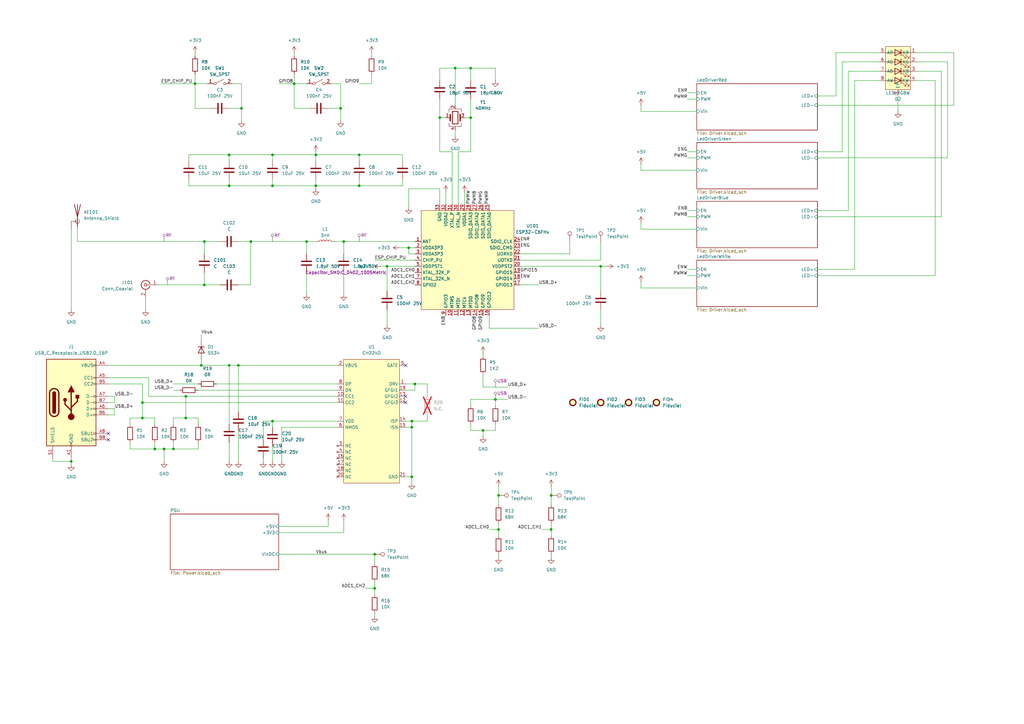
<source format=kicad_sch>
(kicad_sch (version 20250114) (generator "eeschema") (generator_version "9.0")
  (paper "A3")
  (junction (at 93.98 149.86))
  (junction (at 111.76 172.72))
  (junction (at 97.79 149.86))
  (junction (at 29.21 189.23))
  (junction (at 63.5 184.15))
  (junction (at 83.82 116.84))
  (junction (at 129.54 76.2))
  (junction (at 226.06 203.2))
  (junction (at 80.01 34.29))
  (junction (at 204.47 203.2))
  (junction (at 120.65 34.29))
  (junction (at 158.75 109.22))
  (junction (at 139.7 44.45))
  (junction (at 93.98 76.2))
  (junction (at 193.04 48.26))
  (junction (at 99.06 44.45))
  (junction (at 168.91 172.72))
  (junction (at 111.76 63.5))
  (junction (at 226.06 217.17))
  (junction (at 58.42 165.1))
  (junction (at 168.91 175.26))
  (junction (at 153.67 241.3))
  (junction (at 129.54 63.5))
  (junction (at 67.31 184.15))
  (junction (at 147.32 76.2))
  (junction (at 82.55 149.86))
  (junction (at 168.91 195.58))
  (junction (at 193.04 27.94))
  (junction (at 111.76 76.2))
  (junction (at 71.12 184.15))
  (junction (at 58.42 171.45))
  (junction (at 170.18 157.48))
  (junction (at 125.73 99.06))
  (junction (at 153.67 227.33))
  (junction (at 204.47 217.17))
  (junction (at 76.2 171.45))
  (junction (at 147.32 63.5))
  (junction (at 140.97 99.06))
  (junction (at 76.2 162.56))
  (junction (at 102.87 99.06))
  (junction (at 246.38 109.22))
  (junction (at 180.34 48.26))
  (junction (at 167.64 101.6))
  (junction (at 83.82 99.06))
  (junction (at 93.98 63.5))
  (junction (at 186.69 27.94))
  (junction (at 198.12 176.53))
  (junction (at 203.2 163.83))
  (no_connect (at 166.37 149.86))
  (no_connect (at 166.37 162.56))
  (no_connect (at 44.45 180.34))
  (no_connect (at 44.45 177.8))
  (no_connect (at 166.37 165.1))
  (wire (pts (xy 281.94 38.1) (xy 285.75 38.1)))
  (wire (pts (xy 193.04 176.53) (xy 193.04 173.99)))
  (wire (pts (xy 76.2 171.45) (xy 81.28 171.45)))
  (wire (pts (xy 125.73 99.06) (xy 129.54 99.06)))
  (wire (pts (xy 88.9 157.48) (xy 138.43 157.48)))
  (wire (pts (xy 213.36 116.84) (xy 220.98 116.84)))
  (wire (pts (xy 125.73 99.06) (xy 125.73 104.14)))
  (wire (pts (xy 335.28 64.77) (xy 388.62 64.77)))
  (wire (pts (xy 46.99 165.1) (xy 44.45 165.1)))
  (wire (pts (xy 222.25 217.17) (xy 226.06 217.17)))
  (wire (pts (xy 21.59 187.96) (xy 21.59 189.23)))
  (wire (pts (xy 165.1 73.66) (xy 165.1 76.2)))
  (wire (pts (xy 391.16 43.18) (xy 335.28 43.18)))
  (wire (pts (xy 193.04 27.94) (xy 193.04 33.02)))
  (wire (pts (xy 248.92 109.22) (xy 246.38 109.22)))
  (wire (pts (xy 375.92 21.59) (xy 391.16 21.59)))
  (wire (pts (xy 383.54 113.03) (xy 383.54 33.02)))
  (wire (pts (xy 58.42 157.48) (xy 44.45 157.48)))
  (wire (pts (xy 153.67 106.68) (xy 170.18 106.68)))
  (wire (pts (xy 262.89 67.31) (xy 262.89 69.85)))
  (wire (pts (xy 67.31 189.23) (xy 67.31 184.15)))
  (wire (pts (xy 203.2 176.53) (xy 198.12 176.53)))
  (wire (pts (xy 246.38 119.38) (xy 246.38 109.22)))
  (wire (pts (xy 73.66 160.02) (xy 71.12 160.02)))
  (wire (pts (xy 246.38 106.68) (xy 213.36 106.68)))
  (wire (pts (xy 203.2 27.94) (xy 193.04 27.94)))
  (wire (pts (xy 193.04 40.64) (xy 193.04 48.26)))
  (wire (pts (xy 120.65 44.45) (xy 120.65 34.29)))
  (wire (pts (xy 180.34 40.64) (xy 180.34 48.26)))
  (wire (pts (xy 166.37 172.72) (xy 168.91 172.72)))
  (wire (pts (xy 107.95 180.34) (xy 107.95 172.72)))
  (wire (pts (xy 342.9 21.59) (xy 360.68 21.59)))
  (wire (pts (xy 187.96 62.23) (xy 193.04 62.23)))
  (wire (pts (xy 114.3 227.33) (xy 153.67 227.33)))
  (wire (pts (xy 386.08 88.9) (xy 386.08 29.21)))
  (wire (pts (xy 111.76 63.5) (xy 129.54 63.5)))
  (wire (pts (xy 111.76 182.88) (xy 111.76 189.23)))
  (wire (pts (xy 71.12 184.15) (xy 81.28 184.15)))
  (wire (pts (xy 21.59 189.23) (xy 29.21 189.23)))
  (wire (pts (xy 80.01 44.45) (xy 80.01 34.29)))
  (wire (pts (xy 60.96 154.94) (xy 44.45 154.94)))
  (wire (pts (xy 226.06 199.39) (xy 226.06 203.2)))
  (wire (pts (xy 139.7 34.29) (xy 139.7 44.45)))
  (wire (pts (xy 262.89 45.72) (xy 262.89 43.18)))
  (wire (pts (xy 170.18 101.6) (xy 167.64 101.6)))
  (wire (pts (xy 44.45 149.86) (xy 82.55 149.86)))
  (wire (pts (xy 185.42 83.82) (xy 185.42 62.23)))
  (wire (pts (xy 180.34 33.02) (xy 180.34 27.94)))
  (wire (pts (xy 111.76 63.5) (xy 111.76 66.04)))
  (wire (pts (xy 140.97 111.76) (xy 140.97 120.65)))
  (wire (pts (xy 335.28 113.03) (xy 383.54 113.03)))
  (wire (pts (xy 208.28 163.83) (xy 203.2 163.83)))
  (wire (pts (xy 347.98 29.21) (xy 360.68 29.21)))
  (wire (pts (xy 97.79 116.84) (xy 102.87 116.84)))
  (wire (pts (xy 102.87 116.84) (xy 102.87 99.06)))
  (wire (pts (xy 111.76 76.2) (xy 111.76 73.66)))
  (wire (pts (xy 140.97 213.36) (xy 140.97 218.44)))
  (wire (pts (xy 391.16 21.59) (xy 391.16 43.18)))
  (wire (pts (xy 46.99 170.18) (xy 44.45 170.18)))
  (wire (pts (xy 120.65 30.48) (xy 120.65 34.29)))
  (wire (pts (xy 226.06 214.63) (xy 226.06 217.17)))
  (wire (pts (xy 200.66 129.54) (xy 200.66 134.62)))
  (wire (pts (xy 58.42 165.1) (xy 138.43 165.1)))
  (wire (pts (xy 76.2 162.56) (xy 60.96 162.56)))
  (wire (pts (xy 350.52 33.02) (xy 360.68 33.02)))
  (wire (pts (xy 167.64 104.14) (xy 170.18 104.14)))
  (wire (pts (xy 175.26 172.72) (xy 175.26 170.18)))
  (wire (pts (xy 64.77 116.84) (xy 83.82 116.84)))
  (wire (pts (xy 204.47 217.17) (xy 204.47 219.71)))
  (wire (pts (xy 147.32 63.5) (xy 147.32 66.04)))
  (wire (pts (xy 156.21 109.22) (xy 158.75 109.22)))
  (wire (pts (xy 99.06 34.29) (xy 99.06 44.45)))
  (wire (pts (xy 111.76 172.72) (xy 111.76 175.26)))
  (wire (pts (xy 63.5 184.15) (xy 63.5 181.61)))
  (wire (pts (xy 186.69 53.34) (xy 186.69 55.88)))
  (wire (pts (xy 138.43 172.72) (xy 111.76 172.72)))
  (wire (pts (xy 58.42 165.1) (xy 58.42 171.45)))
  (wire (pts (xy 97.79 149.86) (xy 138.43 149.86)))
  (wire (pts (xy 107.95 187.96) (xy 107.95 189.23)))
  (wire (pts (xy 134.62 44.45) (xy 139.7 44.45)))
  (wire (pts (xy 137.16 99.06) (xy 140.97 99.06)))
  (wire (pts (xy 262.89 69.85) (xy 285.75 69.85)))
  (wire (pts (xy 198.12 176.53) (xy 193.04 176.53)))
  (wire (pts (xy 46.99 167.64) (xy 46.99 170.18)))
  (wire (pts (xy 66.04 34.29) (xy 80.01 34.29)))
  (wire (pts (xy 213.36 109.22) (xy 246.38 109.22)))
  (wire (pts (xy 193.04 163.83) (xy 193.04 166.37)))
  (wire (pts (xy 203.2 173.99) (xy 203.2 176.53)))
  (wire (pts (xy 180.34 48.26) (xy 180.34 62.23)))
  (wire (pts (xy 203.2 163.83) (xy 203.2 166.37)))
  (wire (pts (xy 204.47 214.63) (xy 204.47 217.17)))
  (wire (pts (xy 388.62 64.77) (xy 388.62 25.4)))
  (wire (pts (xy 53.34 184.15) (xy 53.34 181.61)))
  (wire (pts (xy 285.75 93.98) (xy 262.89 93.98)))
  (wire (pts (xy 147.32 76.2) (xy 147.32 73.66)))
  (wire (pts (xy 81.28 157.48) (xy 71.12 157.48)))
  (wire (pts (xy 114.3 215.9) (xy 134.62 215.9)))
  (wire (pts (xy 77.47 63.5) (xy 93.98 63.5)))
  (wire (pts (xy 167.64 101.6) (xy 167.64 104.14)))
  (wire (pts (xy 71.12 171.45) (xy 76.2 171.45)))
  (wire (pts (xy 193.04 62.23) (xy 193.04 48.26)))
  (wire (pts (xy 168.91 195.58) (xy 166.37 195.58)))
  (wire (pts (xy 95.25 34.29) (xy 99.06 34.29)))
  (wire (pts (xy 185.42 62.23) (xy 180.34 62.23)))
  (wire (pts (xy 281.94 40.64) (xy 285.75 40.64)))
  (wire (pts (xy 135.89 34.29) (xy 139.7 34.29)))
  (wire (pts (xy 93.98 76.2) (xy 93.98 73.66)))
  (wire (pts (xy 59.69 121.92) (xy 59.69 127)))
  (wire (pts (xy 83.82 99.06) (xy 90.17 99.06)))
  (wire (pts (xy 166.37 175.26) (xy 168.91 175.26)))
  (wire (pts (xy 190.5 78.74) (xy 190.5 83.82)))
  (wire (pts (xy 120.65 21.59) (xy 120.65 22.86)))
  (wire (pts (xy 158.75 119.38) (xy 158.75 109.22)))
  (wire (pts (xy 226.06 217.17) (xy 226.06 219.71)))
  (wire (pts (xy 165.1 66.04) (xy 165.1 63.5)))
  (wire (pts (xy 93.98 76.2) (xy 111.76 76.2)))
  (wire (pts (xy 180.34 48.26) (xy 182.88 48.26)))
  (wire (pts (xy 71.12 184.15) (xy 71.12 181.61)))
  (wire (pts (xy 81.28 171.45) (xy 81.28 173.99)))
  (wire (pts (xy 187.96 83.82) (xy 187.96 62.23)))
  (wire (pts (xy 58.42 165.1) (xy 58.42 157.48)))
  (wire (pts (xy 166.37 157.48) (xy 170.18 157.48)))
  (wire (pts (xy 281.94 110.49) (xy 285.75 110.49)))
  (wire (pts (xy 77.47 73.66) (xy 77.47 76.2)))
  (wire (pts (xy 368.3 39.37) (xy 368.3 45.72)))
  (wire (pts (xy 125.73 111.76) (xy 125.73 120.65)))
  (wire (pts (xy 165.1 76.2) (xy 147.32 76.2)))
  (wire (pts (xy 129.54 76.2) (xy 147.32 76.2)))
  (wire (pts (xy 281.94 62.23) (xy 285.75 62.23)))
  (wire (pts (xy 193.04 48.26) (xy 190.5 48.26)))
  (wire (pts (xy 342.9 39.37) (xy 342.9 21.59)))
  (wire (pts (xy 111.76 76.2) (xy 129.54 76.2)))
  (wire (pts (xy 198.12 144.78) (xy 198.12 146.05)))
  (wire (pts (xy 29.21 187.96) (xy 29.21 189.23)))
  (wire (pts (xy 114.3 34.29) (xy 120.65 34.29)))
  (wire (pts (xy 208.28 158.75) (xy 198.12 158.75)))
  (wire (pts (xy 347.98 86.36) (xy 347.98 29.21)))
  (wire (pts (xy 129.54 63.5) (xy 129.54 66.04)))
  (wire (pts (xy 204.47 203.2) (xy 204.47 207.01)))
  (wire (pts (xy 83.82 104.14) (xy 83.82 99.06)))
  (wire (pts (xy 29.21 189.23) (xy 29.21 190.5)))
  (wire (pts (xy 200.66 134.62) (xy 220.98 134.62)))
  (wire (pts (xy 67.31 184.15) (xy 71.12 184.15)))
  (wire (pts (xy 147.32 34.29) (xy 152.4 34.29)))
  (wire (pts (xy 120.65 34.29) (xy 125.73 34.29)))
  (wire (pts (xy 165.1 63.5) (xy 147.32 63.5)))
  (wire (pts (xy 97.79 176.53) (xy 97.79 189.23)))
  (wire (pts (xy 82.55 137.16) (xy 82.55 139.7)))
  (wire (pts (xy 281.94 64.77) (xy 285.75 64.77)))
  (wire (pts (xy 29.21 93.98) (xy 29.21 127)))
  (wire (pts (xy 149.86 241.3) (xy 153.67 241.3)))
  (wire (pts (xy 46.99 162.56) (xy 46.99 165.1)))
  (wire (pts (xy 345.44 62.23) (xy 345.44 25.4)))
  (wire (pts (xy 246.38 127) (xy 246.38 133.35)))
  (wire (pts (xy 388.62 25.4) (xy 375.92 25.4)))
  (wire (pts (xy 281.94 88.9) (xy 285.75 88.9)))
  (wire (pts (xy 90.17 116.84) (xy 83.82 116.84)))
  (wire (pts (xy 285.75 45.72) (xy 262.89 45.72)))
  (wire (pts (xy 335.28 88.9) (xy 386.08 88.9)))
  (wire (pts (xy 31.75 99.06) (xy 83.82 99.06)))
  (wire (pts (xy 53.34 171.45) (xy 58.42 171.45)))
  (wire (pts (xy 152.4 21.59) (xy 152.4 22.86)))
  (wire (pts (xy 281.94 86.36) (xy 285.75 86.36)))
  (wire (pts (xy 76.2 162.56) (xy 138.43 162.56)))
  (wire (pts (xy 180.34 77.47) (xy 167.64 77.47)))
  (wire (pts (xy 163.83 101.6) (xy 167.64 101.6)))
  (wire (pts (xy 53.34 184.15) (xy 63.5 184.15)))
  (wire (pts (xy 158.75 127) (xy 158.75 133.35)))
  (wire (pts (xy 186.69 27.94) (xy 193.04 27.94)))
  (wire (pts (xy 246.38 99.06) (xy 246.38 106.68)))
  (wire (pts (xy 93.98 63.5) (xy 111.76 63.5)))
  (wire (pts (xy 83.82 116.84) (xy 83.82 111.76)))
  (wire (pts (xy 93.98 149.86) (xy 97.79 149.86)))
  (wire (pts (xy 262.89 93.98) (xy 262.89 91.44)))
  (wire (pts (xy 102.87 99.06) (xy 125.73 99.06)))
  (wire (pts (xy 76.2 162.56) (xy 76.2 171.45)))
  (wire (pts (xy 114.3 218.44) (xy 140.97 218.44)))
  (wire (pts (xy 107.95 172.72) (xy 111.76 172.72)))
  (wire (pts (xy 97.79 149.86) (xy 97.79 168.91)))
  (wire (pts (xy 99.06 44.45) (xy 99.06 49.53)))
  (wire (pts (xy 281.94 113.03) (xy 285.75 113.03)))
  (wire (pts (xy 82.55 147.32) (xy 82.55 149.86)))
  (wire (pts (xy 226.06 227.33) (xy 226.06 228.6)))
  (wire (pts (xy 203.2 163.83) (xy 193.04 163.83)))
  (wire (pts (xy 60.96 162.56) (xy 60.96 154.94)))
  (wire (pts (xy 153.67 238.76) (xy 153.67 241.3)))
  (wire (pts (xy 383.54 33.02) (xy 375.92 33.02)))
  (wire (pts (xy 186.69 27.94) (xy 186.69 43.18)))
  (wire (pts (xy 226.06 203.2) (xy 226.06 207.01)))
  (wire (pts (xy 93.98 63.5) (xy 93.98 66.04)))
  (wire (pts (xy 129.54 76.2) (xy 129.54 77.47)))
  (wire (pts (xy 335.28 62.23) (xy 345.44 62.23)))
  (wire (pts (xy 204.47 199.39) (xy 204.47 203.2)))
  (wire (pts (xy 86.36 44.45) (xy 80.01 44.45)))
  (wire (pts (xy 140.97 104.14) (xy 140.97 99.06)))
  (wire (pts (xy 180.34 83.82) (xy 180.34 77.47)))
  (wire (pts (xy 77.47 76.2) (xy 93.98 76.2)))
  (wire (pts (xy 175.26 162.56) (xy 175.26 157.48)))
  (wire (pts (xy 80.01 21.59) (xy 80.01 22.86)))
  (wire (pts (xy 31.75 99.06) (xy 31.75 93.98)))
  (wire (pts (xy 138.43 175.26) (xy 115.57 175.26)))
  (wire (pts (xy 58.42 171.45) (xy 63.5 171.45)))
  (wire (pts (xy 350.52 110.49) (xy 350.52 33.02)))
  (wire (pts (xy 198.12 176.53) (xy 198.12 179.07)))
  (wire (pts (xy 134.62 213.36) (xy 134.62 215.9)))
  (wire (pts (xy 44.45 167.64) (xy 46.99 167.64)))
  (wire (pts (xy 129.54 76.2) (xy 129.54 73.66)))
  (wire (pts (xy 80.01 30.48) (xy 80.01 34.29)))
  (wire (pts (xy 170.18 157.48) (xy 170.18 160.02)))
  (wire (pts (xy 168.91 175.26) (xy 168.91 195.58)))
  (wire (pts (xy 153.67 251.46) (xy 153.67 252.73)))
  (wire (pts (xy 335.28 86.36) (xy 347.98 86.36)))
  (wire (pts (xy 129.54 63.5) (xy 147.32 63.5)))
  (wire (pts (xy 233.68 104.14) (xy 233.68 99.06)))
  (wire (pts (xy 204.47 227.33) (xy 204.47 228.6)))
  (wire (pts (xy 153.67 241.3) (xy 153.67 243.84)))
  (wire (pts (xy 167.64 77.47) (xy 167.64 85.09)))
  (wire (pts (xy 63.5 171.45) (xy 63.5 173.99)))
  (wire (pts (xy 213.36 104.14) (xy 233.68 104.14)))
  (wire (pts (xy 93.98 181.61) (xy 93.98 189.23)))
  (wire (pts (xy 82.55 149.86) (xy 93.98 149.86)))
  (wire (pts (xy 335.28 110.49) (xy 350.52 110.49)))
  (wire (pts (xy 203.2 33.02) (xy 203.2 27.94)))
  (wire (pts (xy 153.67 227.33) (xy 153.67 231.14)))
  (wire (pts (xy 168.91 172.72) (xy 175.26 172.72)))
  (wire (pts (xy 262.89 118.11) (xy 262.89 115.57)))
  (wire (pts (xy 198.12 158.75) (xy 198.12 153.67)))
  (wire (pts (xy 170.18 160.02) (xy 166.37 160.02)))
  (wire (pts (xy 71.12 171.45) (xy 71.12 173.99)))
  (wire (pts (xy 77.47 66.04) (xy 77.47 63.5)))
  (wire (pts (xy 80.01 34.29) (xy 85.09 34.29)))
  (wire (pts (xy 140.97 99.06) (xy 170.18 99.06)))
  (wire (pts (xy 168.91 172.72) (xy 168.91 175.26)))
  (wire (pts (xy 175.26 157.48) (xy 170.18 157.48)))
  (wire (pts (xy 152.4 34.29) (xy 152.4 30.48)))
  (wire (pts (xy 285.75 118.11) (xy 262.89 118.11)))
  (wire (pts (xy 115.57 175.26) (xy 115.57 189.23)))
  (wire (pts (xy 375.92 29.21) (xy 386.08 29.21)))
  (wire (pts (xy 93.98 44.45) (xy 99.06 44.45)))
  (wire (pts (xy 53.34 171.45) (xy 53.34 173.99)))
  (wire (pts (xy 335.28 39.37) (xy 342.9 39.37)))
  (wire (pts (xy 168.91 198.12) (xy 168.91 195.58)))
  (wire (pts (xy 93.98 149.86) (xy 93.98 173.99)))
  (wire (pts (xy 129.54 62.23) (xy 129.54 63.5)))
  (wire (pts (xy 182.88 78.74) (xy 182.88 83.82)))
  (wire (pts (xy 44.45 162.56) (xy 46.99 162.56)))
  (wire (pts (xy 81.28 184.15) (xy 81.28 181.61)))
  (wire (pts (xy 81.28 160.02) (xy 138.43 160.02)))
  (wire (pts (xy 63.5 184.15) (xy 67.31 184.15)))
  (wire (pts (xy 139.7 44.45) (xy 139.7 49.53)))
  (wire (pts (xy 158.75 109.22) (xy 170.18 109.22)))
  (wire (pts (xy 345.44 25.4) (xy 360.68 25.4)))
  (wire (pts (xy 97.79 99.06) (xy 102.87 99.06)))
  (wire (pts (xy 200.66 217.17) (xy 204.47 217.17)))
  (wire (pts (xy 180.34 27.94) (xy 186.69 27.94)))
  (wire (pts (xy 127 44.45) (xy 120.65 44.45)))
  (label "USB_D+" (at 71.12 157.48 180))
  (label "GPIO9" (at 147.32 34.29 180))
  (label "ADC1_CH2" (at 149.86 241.3 180))
  (label "ESP_CHIP_PU" (at 66.04 34.29 0))
  (label "USB_D-" (at 71.12 160.02 180))
  (label "GPIO9" (at 198.12 129.54 270))
  (label "USB_D-" (at 220.98 134.62 0))
  (label "GPIO15" (at 213.36 111.76 0))
  (label "ENB" (at 281.94 86.36 180))
  (label "Vbus" (at 129.54 227.33 0))
  (label "PWMG" (at 281.94 64.77 180))
  (label "ADC1_CH0" (at 170.18 111.76 180))
  (label "PWMW" (at 193.04 83.82 90))
  (label "ENG" (at 213.36 101.6 0))
  (label "ENW" (at 213.36 114.3 0))
  (label "ADC1_CH1" (at 222.25 217.17 180))
  (label "ENW" (at 281.94 110.49 180))
  (label "ENB" (at 182.88 129.54 270))
  (label "USB_D-" (at 46.99 162.56 0))
  (label "PWMB" (at 281.94 88.9 180))
  (label "GPIO8" (at 195.58 129.54 270))
  (label "PWMB" (at 195.58 83.82 90))
  (label "PWMR" (at 281.94 40.64 180))
  (label "USB_D+" (at 208.28 158.75 0))
  (label "ENR" (at 281.94 38.1 180))
  (label "GPIO8" (at 114.3 34.29 0))
  (label "ADC1_CH1" (at 170.18 114.3 180))
  (label "ENG" (at 281.94 62.23 180))
  (label "ESP_CHIP_PU" (at 153.67 106.68 0))
  (label "PWMW" (at 281.94 113.03 180))
  (label "USB_D-" (at 208.28 163.83 0))
  (label "ENR" (at 213.36 99.06 0))
  (label "USB_D+" (at 46.99 167.64 0))
  (label "PWMG" (at 198.12 83.82 90))
  (label "ADC1_CH2" (at 170.18 116.84 180))
  (label "USB_D+" (at 220.98 116.84 0))
  (label "ADC1_CH0" (at 200.66 217.17 180))
  (label "PWMR" (at 200.66 83.82 90))
  (label "Vbus" (at 82.55 137.16 0))
  (netclass_flag "" (length 2.54) (shape round) (at 68.7135 116.84 0) (property "Netclass" "RF" (at 69.412 114.3 0) (effects (justify left))))
  (netclass_flag "" (length 2.54) (shape round) (at 147.32 99.06 0) (property "Netclass" "RF" (at 148.0185 96.52 0) (effects (justify left))))
  (netclass_flag "" (length 2.54) (shape round) (at 111.76 99.06 0) (property "Netclass" "RF" (at 112.4585 96.52 0) (effects (justify left))))
  (netclass_flag "" (length 2.54) (shape round) (at 203.2 163.83 0) (property "Netclass" "USB" (at 203.8985 161.29 0) (effects (justify left))))
  (netclass_flag "" (length 2.54) (shape round) (at 67.31 99.06 0) (property "Netclass" "RF" (at 68.0085 96.52 0) (effects (justify left))))
  (netclass_flag "" (length 2.54) (shape round) (at 203.2 158.75 0) (property "Netclass" "USB" (at 203.8985 156.21 0) (effects (justify left))))
  (symbol (lib_id "Device:R") (at 204.47 210.82 180) (unit 1)
    (property "Reference" "R12" (at 207.01 209.5499 0) (effects (justify right)))
    (property "Value" "68K" (at 207.01 212.0899 0) (effects (justify right)))
    (property "Footprint" "Resistor_SMD:R_0402_1005Metric" (effects (hide yes)))
    (property "Description" "Resistor" (effects (hide yes)))
  )
  (symbol (lib_id "power:GND") (at 167.64 85.09 0) (unit 1)
    (property "Reference" "#PWR0107" (effects (hide yes)))
    (property "Value" "GND" (at 167.64 90.17 0))
    (property "Description" "Power symbol creates a global label with name \"GND\" , ground" (effects (hide yes)))
  )
  (symbol (lib_id "power:GND") (at 29.21 190.5 0) (unit 1)
    (property "Reference" "#PWR09" (effects (hide yes)))
    (property "Value" "GND" (at 29.21 195.58 0))
    (property "Description" "Power symbol creates a global label with name \"GND\" , ground" (effects (hide yes)))
  )
  (symbol (lib_id "power:+5V") (at 134.62 213.36 0) (unit 1)
    (property "Reference" "#PWR01" (effects (hide yes)))
    (property "Value" "+5V" (at 134.62 208.28 0))
    (property "Description" "Power symbol creates a global label with name \"+5V\"" (effects (hide yes)))
  )
  (symbol (lib_id "Connector:TestPoint") (at 233.68 99.06 0) (unit 1)
    (property "Reference" "TP1" (at 236.22 94.4879 0) (effects (justify left)))
    (property "Value" "TestPoint" (at 236.22 97.0279 0) (effects (justify left)))
    (property "Footprint" "TestPoint:TestPoint_Pad_D1.0mm" (effects (hide yes)))
    (property "Description" "test point" (effects (hide yes)))
  )
  (symbol (lib_id "Device:R") (at 63.5 177.8 180) (unit 1)
    (property "Reference" "R2" (at 66.04 176.5299 0) (effects (justify right)))
    (property "Value" "10K" (at 66.04 179.0699 0) (effects (justify right)))
    (property "Footprint" "Resistor_SMD:R_0402_1005Metric" (effects (hide yes)))
    (property "Description" "Resistor" (effects (hide yes)))
  )
  (symbol (lib_id "Device:C") (at 180.34 36.83 0) (unit 1)
    (property "Reference" "C2" (at 184.15 35.5599 0) (effects (justify left)))
    (property "Value" "18pF 50V" (at 184.15 38.0999 0) (effects (justify left)))
    (property "Footprint" "Capacitor_SMD:C_0402_1005Metric" (effects (hide yes)))
    (property "Description" "Unpolarized capacitor" (effects (hide yes)))
  )
  (symbol (lib_id "power:GND") (at 111.76 189.23 0) (unit 1)
    (property "Reference" "#PWR038" (effects (hide yes)))
    (property "Value" "GND" (at 111.76 194.31 0))
    (property "Description" "Power symbol creates a global label with name \"GND\" , ground" (effects (hide yes)))
  )
  (symbol (lib_id "1CustomFootprints:CH224D") (at 148.59 157.48 0) (unit 1)
    (property "Reference" "U1" (at 152.4 142.24 0))
    (property "Value" "CH224D" (at 152.4 144.78 0))
    (property "Footprint" "Package_DFN_QFN:QFN-20-1EP_3x3mm_P0.4mm_EP1.65x1.65mm_ThermalVias" (effects (hide yes)))
  )
  (symbol (lib_id "Device:C") (at 140.97 107.95 0) (unit 1)
    (property "Reference" "C14" (at 144.78 106.6799 0) (effects (justify left)))
    (property "Value" "1.8pF 50V" (at 144.78 109.2199 0) (effects (justify left)))
    (property "Footprint" "Capacitor_SMD:C_0402_1005Metric" (at 141.9352 111.76 0))
    (property "Description" "Unpolarized capacitor" (effects (hide yes)))
  )
  (symbol (lib_id "power:+3V3") (at 140.97 213.36 0) (unit 1)
    (property "Reference" "#PWR02" (effects (hide yes)))
    (property "Value" "+3V3" (at 140.97 208.28 0))
    (property "Description" "Power symbol creates a global label with name \"+3V3\"" (effects (hide yes)))
  )
  (symbol (lib_id "Device:R") (at 153.67 247.65 180) (unit 1)
    (property "Reference" "R16" (at 156.21 246.3799 0) (effects (justify right)))
    (property "Value" "10K" (at 156.21 248.9199 0) (effects (justify right)))
    (property "Footprint" "Resistor_SMD:R_0402_1005Metric" (effects (hide yes)))
    (property "Description" "Resistor" (effects (hide yes)))
  )
  (symbol (lib_id "power:+3V3") (at 248.92 109.22 270) (mirror x) (unit 1)
    (property "Reference" "#PWR024" (effects (hide yes)))
    (property "Value" "+3V3" (at 252.73 109.2199 90) (effects (justify left)))
    (property "Description" "Power symbol creates a global label with name \"+3V3\"" (effects (hide yes)))
  )
  (symbol (lib_id "power:+3V3") (at 163.83 101.6 90) (unit 1)
    (property "Reference" "#PWR011" (effects (hide yes)))
    (property "Value" "+3V3" (at 160.02 101.5999 90) (effects (justify left)))
    (property "Description" "Power symbol creates a global label with name \"+3V3\"" (effects (hide yes)))
  )
  (symbol (lib_id "Device:R") (at 175.26 166.37 0) (unit 1) (dnp yes)
    (property "Reference" "R20" (at 177.8 165.0999 0) (effects (justify left)))
    (property "Value" "N.C." (at 177.8 167.6399 0) (effects (justify left)))
    (property "Footprint" "Resistor_SMD:R_0402_1005Metric" (effects (hide yes)))
    (property "Description" "Resistor" (effects (hide yes)))
  )
  (symbol (lib_id "power:GND") (at 204.47 228.6 0) (unit 1)
    (property "Reference" "#PWR028" (effects (hide yes)))
    (property "Value" "GND" (at 204.47 233.68 0))
    (property "Description" "Power symbol creates a global label with name \"GND\" , ground" (effects (hide yes)))
  )
  (symbol (lib_id "Device:C") (at 107.95 184.15 0) (unit 1)
    (property "Reference" "C19" (at 111.76 182.8799 0) (effects (justify left)))
    (property "Value" "100nF 25V" (at 111.76 185.4199 0) (effects (justify left)))
    (property "Footprint" "Capacitor_SMD:C_0402_1005Metric" (effects (hide yes)))
    (property "Description" "Unpolarized capacitor" (effects (hide yes)))
  )
  (symbol (lib_id "Device:C") (at 125.73 107.95 0) (unit 1)
    (property "Reference" "C13" (at 129.54 106.6799 0) (effects (justify left)))
    (property "Value" "1.8pF 50V" (at 129.54 109.2199 0) (effects (justify left)))
    (property "Footprint" "Capacitor_SMD:C_0402_1005Metric" (effects (hide yes)))
    (property "Description" "Unpolarized capacitor" (effects (hide yes)))
  )
  (symbol (lib_id "Connector:TestPoint") (at 204.47 203.2 270) (unit 1)
    (property "Reference" "TP4" (at 209.55 201.9299 90) (effects (justify left)))
    (property "Value" "TestPoint" (at 209.55 204.4699 90) (effects (justify left)))
    (property "Footprint" "TestPoint:TestPoint_Pad_D1.0mm" (effects (hide yes)))
    (property "Description" "test point" (effects (hide yes)))
  )
  (symbol (lib_id "Device:C") (at 158.75 123.19 0) (unit 1)
    (property "Reference" "C5" (at 162.56 121.9199 0) (effects (justify left)))
    (property "Value" "100nF 25V" (at 162.56 124.4599 0) (effects (justify left)))
    (property "Footprint" "Capacitor_SMD:C_0402_1005Metric" (effects (hide yes)))
    (property "Description" "Unpolarized capacitor" (effects (hide yes)))
  )
  (symbol (lib_id "Device:R") (at 53.34 177.8 180) (unit 1)
    (property "Reference" "R1" (at 55.88 176.5299 0) (effects (justify right)))
    (property "Value" "10K" (at 55.88 179.0699 0) (effects (justify right)))
    (property "Footprint" "Resistor_SMD:R_0402_1005Metric" (effects (hide yes)))
    (property "Description" "Resistor" (effects (hide yes)))
  )
  (symbol (lib_id "power:GND") (at 246.38 133.35 0) (mirror y) (unit 1)
    (property "Reference" "#PWR025" (effects (hide yes)))
    (property "Value" "GND" (at 246.38 138.43 0))
    (property "Description" "Power symbol creates a global label with name \"GND\" , ground" (effects (hide yes)))
  )
  (symbol (lib_id "Device:C") (at 93.98 116.84 90) (unit 1)
    (property "Reference" "C103" (at 93.98 109.22 90))
    (property "Value" "C" (at 93.98 111.76 90))
    (property "Footprint" "Capacitor_SMD:C_0402_1005Metric" (effects (hide yes)))
    (property "Description" "Unpolarized capacitor" (effects (hide yes)))
  )
  (symbol (lib_id "Connector:TestPoint") (at 246.38 99.06 0) (unit 1)
    (property "Reference" "TP2" (at 248.92 94.4879 0) (effects (justify left)))
    (property "Value" "TestPoint" (at 248.92 97.0279 0) (effects (justify left)))
    (property "Footprint" "TestPoint:TestPoint_Pad_D1.0mm" (effects (hide yes)))
    (property "Description" "test point" (effects (hide yes)))
  )
  (symbol (lib_id "power:+3V3") (at 156.21 109.22 90) (unit 1)
    (property "Reference" "#PWR022" (effects (hide yes)))
    (property "Value" "+3V3" (at 152.4 109.2199 90) (effects (justify left)))
    (property "Description" "Power symbol creates a global label with name \"+3V3\"" (effects (hide yes)))
  )
  (symbol (lib_id "power:+3V3") (at 129.54 62.23 0) (unit 1)
    (property "Reference" "#PWR031" (effects (hide yes)))
    (property "Value" "+3V3" (at 129.54 57.15 0))
    (property "Description" "Power symbol creates a global label with name \"+3V3\"" (effects (hide yes)))
  )
  (symbol (lib_id "Device:Crystal_GND24") (at 186.69 48.26 0) (unit 1)
    (property "Reference" "Y1" (at 198.12 41.8398 0))
    (property "Value" "40MHz" (at 198.12 44.3798 0))
    (property "Footprint" "Crystal:Crystal_SMD_3225-4Pin_3.2x2.5mm_HandSoldering" (effects (hide yes)))
    (property "Description" "Four pin crystal, GND on pins 2 and 4" (effects (hide yes)))
    (property "MPN" "C37635388" (effects (hide yes)))
  )
  (symbol (lib_id "Device:C") (at 93.98 69.85 0) (unit 1)
    (property "Reference" "C10" (at 97.79 68.5799 0) (effects (justify left)))
    (property "Value" "10uF 25V" (at 97.79 71.1199 0) (effects (justify left)))
    (property "Footprint" "Capacitor_SMD:C_0805_2012Metric" (effects (hide yes)))
    (property "Description" "Unpolarized capacitor" (effects (hide yes)))
  )
  (symbol (lib_id "power:GND") (at 115.57 189.23 0) (unit 1)
    (property "Reference" "#PWR039" (effects (hide yes)))
    (property "Value" "GND" (at 115.57 194.31 0))
    (property "Description" "Power symbol creates a global label with name \"GND\" , ground" (effects (hide yes)))
  )
  (symbol (lib_id "power:GND") (at 139.7 49.53 0) (unit 1)
    (property "Reference" "#PWR020" (effects (hide yes)))
    (property "Value" "GND" (at 139.7 54.61 0))
    (property "Description" "Power symbol creates a global label with name \"GND\" , ground" (effects (hide yes)))
  )
  (symbol (lib_id "power:+5V") (at 262.89 67.31 0) (unit 1)
    (property "Reference" "#PWR04" (effects (hide yes)))
    (property "Value" "+5V" (at 262.89 62.23 0))
    (property "Description" "Power symbol creates a global label with name \"+5V\"" (effects (hide yes)))
  )
  (symbol (lib_id "power:GND") (at 97.79 189.23 0) (unit 1)
    (property "Reference" "#PWR034" (effects (hide yes)))
    (property "Value" "GND" (at 97.79 194.31 0))
    (property "Description" "Power symbol creates a global label with name \"GND\" , ground" (effects (hide yes)))
  )
  (symbol (lib_id "Device:C") (at 77.47 69.85 0) (unit 1)
    (property "Reference" "C11" (at 81.28 68.5799 0) (effects (justify left)))
    (property "Value" "10uF 25V" (at 81.28 71.1199 0) (effects (justify left)))
    (property "Footprint" "Capacitor_SMD:C_0805_2012Metric" (effects (hide yes)))
    (property "Description" "Unpolarized capacitor" (effects (hide yes)))
  )
  (symbol (lib_id "Device:R") (at 81.28 177.8 180) (unit 1)
    (property "Reference" "R4" (at 83.82 176.5299 0) (effects (justify right)))
    (property "Value" "10K" (at 83.82 179.0699 0) (effects (justify right)))
    (property "Footprint" "Resistor_SMD:R_0402_1005Metric" (effects (hide yes)))
    (property "Description" "Resistor" (effects (hide yes)))
  )
  (symbol (lib_id "power:GND") (at 107.95 189.23 0) (unit 1)
    (property "Reference" "#PWR035" (effects (hide yes)))
    (property "Value" "GND" (at 107.95 194.31 0))
    (property "Description" "Power symbol creates a global label with name \"GND\" , ground" (effects (hide yes)))
  )
  (symbol (lib_id "Device:R") (at 226.06 210.82 180) (unit 1)
    (property "Reference" "R13" (at 228.6 209.5499 0) (effects (justify right)))
    (property "Value" "68K" (at 228.6 212.0899 0) (effects (justify right)))
    (property "Footprint" "Resistor_SMD:R_0402_1005Metric" (effects (hide yes)))
    (property "Description" "Resistor" (effects (hide yes)))
  )
  (symbol (lib_id "power:GND") (at 93.98 189.23 0) (unit 1)
    (property "Reference" "#PWR08" (effects (hide yes)))
    (property "Value" "GND" (at 93.98 194.31 0))
    (property "Description" "Power symbol creates a global label with name \"GND\" , ground" (effects (hide yes)))
  )
  (symbol (lib_id "power:+5V") (at 204.47 199.39 0) (unit 1)
    (property "Reference" "#PWR026" (effects (hide yes)))
    (property "Value" "+5V" (at 204.47 194.31 0))
    (property "Description" "Power symbol creates a global label with name \"+5V\"" (effects (hide yes)))
  )
  (symbol (lib_id "power:GND") (at 99.06 49.53 0) (unit 1)
    (property "Reference" "#PWR018" (effects (hide yes)))
    (property "Value" "GND" (at 99.06 54.61 0))
    (property "Description" "Power symbol creates a global label with name \"GND\" , ground" (effects (hide yes)))
  )
  (symbol (lib_id "Device:C") (at 90.17 44.45 270) (unit 1)
    (property "Reference" "C3" (at 90.17 36.83 90))
    (property "Value" "100nF 25V" (at 90.17 39.37 90))
    (property "Footprint" "Capacitor_SMD:C_0402_1005Metric" (effects (hide yes)))
    (property "Description" "Unpolarized capacitor" (effects (hide yes)))
  )
  (symbol (lib_id "power:+5V") (at 262.89 43.18 0) (unit 1)
    (property "Reference" "#PWR03" (effects (hide yes)))
    (property "Value" "+5V" (at 262.89 38.1 0))
    (property "Description" "Power symbol creates a global label with name \"+5V\"" (effects (hide yes)))
  )
  (symbol (lib_id "power:GND") (at 198.12 179.07 0) (unit 1)
    (property "Reference" "#PWR012" (effects (hide yes)))
    (property "Value" "GND" (at 198.12 184.15 0))
    (property "Description" "Power symbol creates a global label with name \"GND\" , ground" (effects (hide yes)))
  )
  (symbol (lib_id "Device:R") (at 71.12 177.8 180) (unit 1)
    (property "Reference" "R3" (at 73.66 176.5299 0) (effects (justify right)))
    (property "Value" "10K" (at 73.66 179.0699 0) (effects (justify right)))
    (property "Footprint" "Resistor_SMD:R_0402_1005Metric" (effects (hide yes)))
    (property "Description" "Resistor" (effects (hide yes)))
  )
  (symbol (lib_id "Device:R") (at 203.2 170.18 180) (unit 1)
    (property "Reference" "R7" (at 205.74 168.9099 0) (effects (justify right)))
    (property "Value" "10K" (at 205.74 171.4499 0) (effects (justify right)))
    (property "Footprint" "Resistor_SMD:R_0402_1005Metric" (effects (hide yes)))
    (property "Description" "Resistor" (effects (hide yes)))
  )
  (symbol (lib_id "Switch:SW_SPST") (at 130.81 34.29 0) (unit 1)
    (property "Reference" "SW2" (at 130.81 27.94 0))
    (property "Value" "SW_SPST" (at 130.81 30.48 0))
    (property "Footprint" "1CustomFootprints:TS1101A26025" (effects (hide yes)))
    (property "Description" "Single Pole Single Throw (SPST) switch" (effects (hide yes)))
    (property "MPN" "GT-TC034A-H025-L1NB" (effects (hide yes)))
  )
  (symbol (lib_id "Device:R") (at 120.65 26.67 0) (unit 1)
    (property "Reference" "R10" (at 123.19 25.3999 0) (effects (justify left)))
    (property "Value" "10K" (at 123.19 27.9399 0) (effects (justify left)))
    (property "Footprint" "Resistor_SMD:R_0402_1005Metric" (effects (hide yes)))
    (property "Description" "Resistor" (effects (hide yes)))
  )
  (symbol (lib_id "Device:C") (at 246.38 123.19 0) (mirror y) (unit 1)
    (property "Reference" "C6" (at 242.57 121.9199 0) (effects (justify left)))
    (property "Value" "100nF 25V" (at 242.57 124.4599 0) (effects (justify left)))
    (property "Footprint" "Capacitor_SMD:C_0402_1005Metric" (effects (hide yes)))
    (property "Description" "Unpolarized capacitor" (effects (hide yes)))
  )
  (symbol (lib_id "power:GND") (at 203.2 33.02 0) (unit 1)
    (property "Reference" "#PWR014" (effects (hide yes)))
    (property "Value" "GND" (at 203.2 38.1 0))
    (property "Description" "Power symbol creates a global label with name \"GND\" , ground" (effects (hide yes)))
  )
  (symbol (lib_id "Mechanical:Fiducial") (at 246.38 165.1 0) (unit 1) (in_bom no)
    (property "Reference" "FID2" (at 248.92 163.8299 0) (effects (justify left)))
    (property "Value" "Fiducial" (at 248.92 166.3699 0) (effects (justify left)))
    (property "Footprint" "VE_misc:FIDUCIAL_Diameter_1mm" (effects (hide yes)))
    (property "Description" "Fiducial Marker" (effects (hide yes)))
  )
  (symbol (lib_id "power:GND") (at 168.91 198.12 0) (unit 1)
    (property "Reference" "#PWR040" (effects (hide yes)))
    (property "Value" "GND" (at 168.91 203.2 0))
    (property "Description" "Power symbol creates a global label with name \"GND\" , ground" (effects (hide yes)))
  )
  (symbol (lib_id "Connector:TestPoint") (at 153.67 227.33 270) (unit 1)
    (property "Reference" "TP3" (at 158.75 226.0599 90) (effects (justify left)))
    (property "Value" "TestPoint" (at 158.75 228.5999 90) (effects (justify left)))
    (property "Footprint" "TestPoint:TestPoint_Pad_D1.0mm" (effects (hide yes)))
    (property "Description" "test point" (effects (hide yes)))
  )
  (symbol (lib_id "Mechanical:Fiducial") (at 269.24 165.1 0) (unit 1) (in_bom no)
    (property "Reference" "FID4" (at 271.78 163.8299 0) (effects (justify left)))
    (property "Value" "Fiducial" (at 271.78 166.3699 0) (effects (justify left)))
    (property "Footprint" "VE_misc:FIDUCIAL_Diameter_1mm" (effects (hide yes)))
    (property "Description" "Fiducial Marker" (effects (hide yes)))
  )
  (symbol (lib_id "power:GND") (at 186.69 55.88 0) (unit 1)
    (property "Reference" "#PWR013" (effects (hide yes)))
    (property "Value" "GND" (at 186.69 60.96 0))
    (property "Description" "Power symbol creates a global label with name \"GND\" , ground" (effects (hide yes)))
  )
  (symbol (lib_id "Device:C") (at 130.81 44.45 270) (unit 1)
    (property "Reference" "C4" (at 130.81 36.83 90))
    (property "Value" "100nF 25V" (at 130.81 39.37 90))
    (property "Footprint" "Capacitor_SMD:C_0402_1005Metric" (effects (hide yes)))
    (property "Description" "Unpolarized capacitor" (effects (hide yes)))
  )
  (symbol (lib_id "power:GND") (at 67.31 189.23 0) (unit 1)
    (property "Reference" "#PWR07" (effects (hide yes)))
    (property "Value" "GND" (at 67.31 194.31 0))
    (property "Description" "Power symbol creates a global label with name \"GND\" , ground" (effects (hide yes)))
  )
  (symbol (lib_id "power:+3V3") (at 198.12 144.78 0) (unit 1)
    (property "Reference" "#PWR010" (effects (hide yes)))
    (property "Value" "+3V3" (at 198.12 139.7 0))
    (property "Description" "Power symbol creates a global label with name \"+3V3\"" (effects (hide yes)))
  )
  (symbol (lib_id "power:+3V3") (at 226.06 199.39 0) (unit 1)
    (property "Reference" "#PWR027" (effects (hide yes)))
    (property "Value" "+3V3" (at 226.06 194.31 0))
    (property "Description" "Power symbol creates a global label with name \"+3V3\"" (effects (hide yes)))
  )
  (symbol (lib_id "power:GND") (at 368.3 45.72 0) (mirror y) (unit 1)
    (property "Reference" "#PWR033" (effects (hide yes)))
    (property "Value" "GND" (at 368.3 50.8 0))
    (property "Description" "Power symbol creates a global label with name \"GND\" , ground" (effects (hide yes)))
  )
  (symbol (lib_id "Device:R") (at 198.12 149.86 0) (unit 1)
    (property "Reference" "R5" (at 200.66 148.5899 0) (effects (justify left)))
    (property "Value" "1K2" (at 200.66 151.1299 0) (effects (justify left)))
    (property "Footprint" "Resistor_SMD:R_0402_1005Metric" (effects (hide yes)))
    (property "Description" "Resistor" (effects (hide yes)))
  )
  (symbol (lib_id "Mechanical:Fiducial") (at 234.95 165.1 0) (unit 1) (in_bom no)
    (property "Reference" "FID1" (at 237.49 163.8299 0) (effects (justify left)))
    (property "Value" "Fiducial" (at 237.49 166.3699 0) (effects (justify left)))
    (property "Footprint" "VE_misc:FIDUCIAL_Diameter_1mm" (effects (hide yes)))
    (property "Description" "Fiducial Marker" (effects (hide yes)))
  )
  (symbol (lib_id "power:+3V3") (at 120.65 21.59 0) (unit 1)
    (property "Reference" "#PWR019" (effects (hide yes)))
    (property "Value" "+3V3" (at 120.65 16.51 0))
    (property "Description" "Power symbol creates a global label with name \"+3V3\"" (effects (hide yes)))
  )
  (symbol (lib_id "Device:C") (at 193.04 36.83 0) (unit 1)
    (property "Reference" "C1" (at 196.85 35.5599 0) (effects (justify left)))
    (property "Value" "18pF 50V" (at 196.85 38.0999 0) (effects (justify left)))
    (property "Footprint" "Capacitor_SMD:C_0402_1005Metric" (effects (hide yes)))
    (property "Description" "Unpolarized capacitor" (effects (hide yes)))
  )
  (symbol (lib_id "Device:R") (at 77.47 160.02 90) (unit 1)
    (property "Reference" "R18" (at 77.47 153.67 90))
    (property "Value" "0R" (at 77.47 156.21 90))
    (property "Footprint" "Resistor_SMD:R_0402_1005Metric" (effects (hide yes)))
    (property "Description" "Resistor" (effects (hide yes)))
  )
  (symbol (lib_id "power:GND") (at 226.06 228.6 0) (unit 1)
    (property "Reference" "#PWR029" (effects (hide yes)))
    (property "Value" "GND" (at 226.06 233.68 0))
    (property "Description" "Power symbol creates a global label with name \"GND\" , ground" (effects (hide yes)))
  )
  (symbol (lib_id "Connector:USB_C_Receptacle_USB2.0_16P") (at 29.21 165.1 0) (unit 1)
    (property "Reference" "J1" (at 29.21 142.24 0))
    (property "Value" "USB_C_Receptacle_USB2.0_16P" (at 29.21 144.78 0))
    (property "Footprint" "Connector_USB:USB_C_Receptacle_GCT_USB4105-xx-A_16P_TopMnt_Horizontal" (effects (hide yes)))
    (property "Datasheet" "https://www.usb.org/sites/default/files/documents/usb_type-c.zip" (effects (hide yes)))
    (property "Description" "USB 2.0-only 16P Type-C Receptacle connector" (effects (hide yes)))
  )
  (symbol (lib_id "Device:C") (at 93.98 99.06 90) (unit 1)
    (property "Reference" "C102" (at 93.98 91.44 90))
    (property "Value" "C" (at 93.98 93.98 90))
    (property "Footprint" "Capacitor_SMD:C_0402_1005Metric" (effects (hide yes)))
    (property "Description" "Unpolarized capacitor" (effects (hide yes)))
  )
  (symbol (lib_id "Mechanical:Fiducial") (at 257.81 165.1 0) (unit 1) (in_bom no)
    (property "Reference" "FID3" (at 260.35 163.8299 0) (effects (justify left)))
    (property "Value" "Fiducial" (at 260.35 166.3699 0) (effects (justify left)))
    (property "Footprint" "VE_misc:FIDUCIAL_Diameter_1mm" (effects (hide yes)))
    (property "Description" "Fiducial Marker" (effects (hide yes)))
  )
  (symbol (lib_id "Device:R") (at 152.4 26.67 0) (unit 1)
    (property "Reference" "R9" (at 154.94 25.3999 0) (effects (justify left)))
    (property "Value" "10K" (at 154.94 27.9399 0) (effects (justify left)))
    (property "Footprint" "Resistor_SMD:R_0402_1005Metric" (effects (hide yes)))
    (property "Description" "Resistor" (effects (hide yes)))
  )
  (symbol (lib_id "power:GND") (at 153.67 252.73 0) (unit 1)
    (property "Reference" "#PWR030" (effects (hide yes)))
    (property "Value" "GND" (at 153.67 257.81 0))
    (property "Description" "Power symbol creates a global label with name \"GND\" , ground" (effects (hide yes)))
  )
  (symbol (lib_id "power:+3V3") (at 182.88 78.74 0) (unit 1)
    (property "Reference" "#PWR015" (effects (hide yes)))
    (property "Value" "+3V3" (at 182.88 73.66 0))
    (property "Description" "Power symbol creates a global label with name \"+3V3\"" (effects (hide yes)))
  )
  (symbol (lib_id "power:GND") (at 125.73 120.65 0) (unit 1)
    (property "Reference" "#PWR036" (effects (hide yes)))
    (property "Value" "GND" (at 125.73 125.73 0))
    (property "Description" "Power symbol creates a global label with name \"GND\" , ground" (effects (hide yes)))
  )
  (symbol (lib_id "power:GND") (at 59.69 127 0) (unit 1)
    (property "Reference" "#PWR0106" (effects (hide yes)))
    (property "Value" "GND" (at 59.69 132.08 0))
    (property "Description" "Power symbol creates a global label with name \"GND\" , ground" (effects (hide yes)))
  )
  (symbol (lib_id "power:+3V3") (at 190.5 78.74 0) (unit 1)
    (property "Reference" "#PWR016" (effects (hide yes)))
    (property "Value" "+3V3" (at 190.5 73.66 0))
    (property "Description" "Power symbol creates a global label with name \"+3V3\"" (effects (hide yes)))
  )
  (symbol (lib_id "power:+3V3") (at 80.01 21.59 0) (unit 1)
    (property "Reference" "#PWR017" (effects (hide yes)))
    (property "Value" "+3V3" (at 80.01 16.51 0))
    (property "Description" "Power symbol creates a global label with name \"+3V3\"" (effects (hide yes)))
  )
  (symbol (lib_id "power:GND") (at 129.54 77.47 0) (unit 1)
    (property "Reference" "#PWR032" (effects (hide yes)))
    (property "Value" "GND" (at 129.54 82.55 0))
    (property "Description" "Power symbol creates a global label with name \"GND\" , ground" (effects (hide yes)))
  )
  (symbol (lib_id "power:+5V") (at 262.89 91.44 0) (unit 1)
    (property "Reference" "#PWR05" (effects (hide yes)))
    (property "Value" "+5V" (at 262.89 86.36 0))
    (property "Description" "Power symbol creates a global label with name \"+5V\"" (effects (hide yes)))
  )
  (symbol (lib_id "Device:C") (at 129.54 69.85 0) (unit 1)
    (property "Reference" "C7" (at 133.35 68.5799 0) (effects (justify left)))
    (property "Value" "100nF 25V" (at 133.35 71.1199 0) (effects (justify left)))
    (property "Footprint" "Capacitor_SMD:C_0402_1005Metric" (effects (hide yes)))
    (property "Description" "Unpolarized capacitor" (effects (hide yes)))
  )
  (symbol (lib_id "Device:R") (at 85.09 157.48 90) (unit 1)
    (property "Reference" "R19" (at 85.09 151.13 90))
    (property "Value" "0R" (at 85.09 153.67 90))
    (property "Footprint" "Resistor_SMD:R_0402_1005Metric" (effects (hide yes)))
    (property "Description" "Resistor" (effects (hide yes)))
  )
  (symbol (lib_id "Device:C") (at 165.1 69.85 0) (unit 1)
    (property "Reference" "C12" (at 168.91 68.5799 0) (effects (justify left)))
    (property "Value" "100nF 25V" (at 168.91 71.1199 0) (effects (justify left)))
    (property "Footprint" "Capacitor_SMD:C_0402_1005Metric" (effects (hide yes)))
    (property "Description" "Unpolarized capacitor" (effects (hide yes)))
  )
  (symbol (lib_id "power:GND") (at 29.21 127 0) (unit 1)
    (property "Reference" "#PWR0105" (effects (hide yes)))
    (property "Value" "GND" (at 29.21 132.08 0))
    (property "Description" "Power symbol creates a global label with name \"GND\" , ground" (effects (hide yes)))
  )
  (symbol (lib_id "Connector:Conn_Coaxial") (at 59.69 116.84 0) (mirror y) (unit 1)
    (property "Reference" "J101" (at 54.61 115.8631 0) (effects (justify left)))
    (property "Value" "Conn_Coaxial" (at 54.61 118.4031 0) (effects (justify left)))
    (property "Footprint" "Connector_Coaxial:U.FL_Hirose_U.FL-R-SMT-1_Vertical" (effects (hide yes)))
    (property "Description" "coaxial connector (BNC, SMA, SMB, SMC, Cinch/RCA, LEMO, ...)" (effects (hide yes)))
    (property "MPN" "RF1-2626-125CE-CT" (effects (hide yes)))
  )
  (symbol (lib_id "Device:C") (at 147.32 69.85 0) (unit 1)
    (property "Reference" "C8" (at 151.13 68.5799 0) (effects (justify left)))
    (property "Value" "100nF 25V" (at 151.13 71.1199 0) (effects (justify left)))
    (property "Footprint" "Capacitor_SMD:C_0402_1005Metric" (effects (hide yes)))
    (property "Description" "Unpolarized capacitor" (effects (hide yes)))
  )
  (symbol (lib_id "Switch:SW_SPST") (at 90.17 34.29 0) (unit 1)
    (property "Reference" "SW1" (at 90.17 27.94 0))
    (property "Value" "SW_SPST" (at 90.17 30.48 0))
    (property "Footprint" "1CustomFootprints:TS1101A26025" (effects (hide yes)))
    (property "Description" "Single Pole Single Throw (SPST) switch" (effects (hide yes)))
    (property "MPN" "GT-TC034A-H025-L1NB" (effects (hide yes)))
  )
  (symbol (lib_id "Device:Antenna_Shield") (at 31.75 88.9 0) (mirror y) (unit 1)
    (property "Reference" "AE101" (at 34.29 86.9949 0) (effects (justify right)))
    (property "Value" "Antenna_Shield" (at 34.29 89.5349 0) (effects (justify right)))
    (property "Footprint" "RF_Antenna:Texas_SWRA117D_2.4GHz_Right" (effects (hide yes)))
    (property "Description" "Antenna with extra pin for shielding" (effects (hide yes)))
  )
  (symbol (lib_id "Device:R") (at 80.01 26.67 0) (unit 1)
    (property "Reference" "R8" (at 82.55 25.3999 0) (effects (justify left)))
    (property "Value" "10K" (at 82.55 27.9399 0) (effects (justify left)))
    (property "Footprint" "Resistor_SMD:R_0402_1005Metric" (effects (hide yes)))
    (property "Description" "Resistor" (effects (hide yes)))
  )
  (symbol (lib_id "power:GND") (at 158.75 133.35 0) (unit 1)
    (property "Reference" "#PWR023" (effects (hide yes)))
    (property "Value" "GND" (at 158.75 138.43 0))
    (property "Description" "Power symbol creates a global label with name \"GND\" , ground" (effects (hide yes)))
  )
  (symbol (lib_id "Device:R") (at 204.47 223.52 180) (unit 1)
    (property "Reference" "R11" (at 207.01 222.2499 0) (effects (justify right)))
    (property "Value" "10K" (at 207.01 224.7899 0) (effects (justify right)))
    (property "Footprint" "Resistor_SMD:R_0402_1005Metric" (effects (hide yes)))
    (property "Description" "Resistor" (effects (hide yes)))
  )
  (symbol (lib_id "Device:R") (at 193.04 170.18 180) (unit 1)
    (property "Reference" "R6" (at 195.58 168.9099 0) (effects (justify right)))
    (property "Value" "10K" (at 195.58 171.4499 0) (effects (justify right)))
    (property "Footprint" "Resistor_SMD:R_0402_1005Metric" (effects (hide yes)))
    (property "Description" "Resistor" (effects (hide yes)))
  )
  (symbol (lib_id "power:+5V") (at 262.89 115.57 0) (unit 1)
    (property "Reference" "#PWR06" (effects (hide yes)))
    (property "Value" "+5V" (at 262.89 110.49 0))
    (property "Description" "Power symbol creates a global label with name \"+5V\"" (effects (hide yes)))
  )
  (symbol (lib_id "1CustomSymbols:LED_RGBW_8P") (at 368.3 27.94 0) (mirror y) (unit 1)
    (property "Reference" "D2" (at 368.3 40.64 0))
    (property "Value" "LED_RGBW" (at 368.3 38.1 0))
    (property "Footprint" "1CustomFootprints:QR4xLED" (effects (hide yes)))
  )
  (symbol (lib_id "customFootprints:ESP32-C6FHx") (at 191.77 106.68 0) (unit 1)
    (property "Reference" "U101" (at 218.44 92.6398 0))
    (property "Value" "ESP32-C6FHx" (at 218.44 95.1798 0))
    (property "Footprint" "Package_DFN_QFN:QFN-32-1EP_5x5mm_P0.5mm_EP3.65x3.65mm_ThermalVias" (effects (hide yes)))
  )
  (symbol (lib_id "power:+3V3") (at 152.4 21.59 0) (unit 1)
    (property "Reference" "#PWR021" (effects (hide yes)))
    (property "Value" "+3V3" (at 152.4 16.51 0))
    (property "Description" "Power symbol creates a global label with name \"+3V3\"" (effects (hide yes)))
  )
  (symbol (lib_id "Device:R") (at 153.67 234.95 180) (unit 1)
    (property "Reference" "R15" (at 156.21 233.6799 0) (effects (justify right)))
    (property "Value" "68K" (at 156.21 236.2199 0) (effects (justify right)))
    (property "Footprint" "Resistor_SMD:R_0402_1005Metric" (effects (hide yes)))
    (property "Description" "Resistor" (effects (hide yes)))
  )
  (symbol (lib_id "Device:C") (at 93.98 177.8 0) (unit 1)
    (property "Reference" "C17" (at 97.79 176.5299 0) (effects (justify left)))
    (property "Value" "100nF 25V" (at 97.79 179.0699 0) (effects (justify left)))
    (property "Footprint" "Capacitor_SMD:C_0402_1005Metric" (effects (hide yes)))
    (property "Description" "Unpolarized capacitor" (effects (hide yes)))
  )
  (symbol (lib_id "Device:L") (at 133.35 99.06 90) (unit 1)
    (property "Reference" "L1" (at 133.35 93.98 90))
    (property "Value" "3nH" (at 133.35 96.52 90))
    (property "Footprint" "Inductor_SMD:L_0402_1005Metric" (effects (hide yes)))
    (property "Description" "Inductor" (effects (hide yes)))
  )
  (symbol (lib_id "Device:C") (at 111.76 69.85 0) (unit 1)
    (property "Reference" "C9" (at 115.57 68.5799 0) (effects (justify left)))
    (property "Value" "10uF 25V" (at 115.57 71.1199 0) (effects (justify left)))
    (property "Footprint" "Capacitor_SMD:C_0805_2012Metric" (effects (hide yes)))
    (property "Description" "Unpolarized capacitor" (effects (hide yes)))
  )
  (symbol (lib_id "Device:C") (at 97.79 172.72 0) (unit 1)
    (property "Reference" "C18" (at 101.6 171.4499 0) (effects (justify left)))
    (property "Value" "10uF 25V" (at 101.6 173.9899 0) (effects (justify left)))
    (property "Footprint" "Capacitor_SMD:C_0805_2012Metric" (effects (hide yes)))
    (property "Description" "Unpolarized capacitor" (effects (hide yes)))
  )
  (symbol (lib_id "Device:C") (at 111.76 179.07 0) (unit 1)
    (property "Reference" "C20" (at 115.57 177.7999 0) (effects (justify left)))
    (property "Value" "10uF 25V" (at 115.57 180.3399 0) (effects (justify left)))
    (property "Footprint" "Capacitor_SMD:C_0805_2012Metric" (effects (hide yes)))
    (property "Description" "Unpolarized capacitor" (effects (hide yes)))
  )
  (symbol (lib_id "Device:C") (at 83.82 107.95 0) (unit 1)
    (property "Reference" "C101" (at 87.63 106.6799 0) (effects (justify left)))
    (property "Value" "C" (at 87.63 109.2199 0) (effects (justify left)))
    (property "Footprint" "Capacitor_SMD:C_0402_1005Metric" (effects (hide yes)))
    (property "Description" "Unpolarized capacitor" (effects (hide yes)))
  )
  (symbol (lib_id "Connector:TestPoint") (at 226.06 203.2 270) (unit 1)
    (property "Reference" "TP5" (at 231.14 201.9299 90) (effects (justify left)))
    (property "Value" "TestPoint" (at 231.14 204.4699 90) (effects (justify left)))
    (property "Footprint" "TestPoint:TestPoint_Pad_D1.0mm" (effects (hide yes)))
    (property "Description" "test point" (effects (hide yes)))
  )
  (symbol (lib_id "power:GND") (at 140.97 120.65 0) (unit 1)
    (property "Reference" "#PWR037" (effects (hide yes)))
    (property "Value" "GND" (at 140.97 125.73 0))
    (property "Description" "Power symbol creates a global label with name \"GND\" , ground" (effects (hide yes)))
  )
  (symbol (lib_id "Device:R") (at 226.06 223.52 180) (unit 1)
    (property "Reference" "R14" (at 228.6 222.2499 0) (effects (justify right)))
    (property "Value" "10K" (at 228.6 224.7899 0) (effects (justify right)))
    (property "Footprint" "Resistor_SMD:R_0402_1005Metric" (effects (hide yes)))
    (property "Description" "Resistor" (effects (hide yes)))
  )
  (symbol (lib_id "Device:D") (at 82.55 143.51 270) (unit 1)
    (property "Reference" "D1" (at 85.09 142.2399 90) (effects (justify left)))
    (property "Value" "SS34" (at 85.09 144.7799 90) (effects (justify left)))
    (property "Footprint" "VE_diodes:SMA" (effects (hide yes)))
    (property "Description" "Diode" (effects (hide yes)))
    (property "Sim.Device" "D" (effects (hide yes)))
    (property "Sim.Pins" "1=K 2=A" (effects (hide yes)))
    (property "MPN" "SS34" (effects (hide yes)))
  )
  (sheet (at 285.75 34.29) (size 49.53 19.05) (stroke (width 0.1524))
    (property "Sheetname" "LedDriverRed" (at 285.75 33.5784 0) (effects (justify left bottom)))
    (property "Sheetfile" "Driver.kicad_sch" (at 285.75 53.9246 0) (effects (justify left top)))
    (pin "EN" input (at 285.75 38.1 180))
    (pin "LED+" input (at 335.28 39.37 0))
    (pin "LED-" input (at 335.28 43.18 0))
    (pin "PWM" input (at 285.75 40.64 180))
    (pin "Vin" input (at 285.75 45.72 180))
  )
  (sheet (at 285.75 82.55) (size 49.53 19.05) (stroke (width 0.1524))
    (property "Sheetname" "LedDriverBlue" (at 285.75 81.8384 0) (effects (justify left bottom)))
    (property "Sheetfile" "Driver.kicad_sch" (at 285.75 102.1846 0) (effects (justify left top)))
    (pin "EN" input (at 285.75 86.36 180))
    (pin "LED+" input (at 335.28 86.36 0))
    (pin "LED-" input (at 335.28 88.9 0))
    (pin "PWM" input (at 285.75 88.9 180))
    (pin "Vin" input (at 285.75 93.98 180))
  )
  (sheet (at 285.75 106.68) (size 49.53 19.05) (stroke (width 0.1524))
    (property "Sheetname" "LedDriverWhite" (at 285.75 105.9684 0) (effects (justify left bottom)))
    (property "Sheetfile" "Driver.kicad_sch" (at 285.75 126.3146 0) (effects (justify left top)))
    (pin "EN" input (at 285.75 110.49 180))
    (pin "LED+" input (at 335.28 110.49 0))
    (pin "LED-" input (at 335.28 113.03 0))
    (pin "PWM" input (at 285.75 113.03 180))
    (pin "Vin" input (at 285.75 118.11 180))
  )
  (sheet (at 69.85 210.82) (size 44.45 22.86) (stroke (width 0.1524))
    (property "Sheetname" "PSU" (at 69.85 210.1084 0) (effects (justify left bottom)))
    (property "Sheetfile" "Power.kicad_sch" (at 69.85 234.2646 0) (effects (justify left top)))
    (pin "+3V3" input (at 114.3 218.44 0))
    (pin "+5V" input (at 114.3 215.9 0))
    (pin "VinDC" input (at 114.3 227.33 0))
  )
  (sheet (at 285.75 58.42) (size 49.53 19.05) (stroke (width 0.1524))
    (property "Sheetname" "LedDriverGreen" (at 285.75 57.7084 0) (effects (justify left bottom)))
    (property "Sheetfile" "Driver.kicad_sch" (at 285.75 78.0546 0) (effects (justify left top)))
    (pin "EN" input (at 285.75 62.23 180))
    (pin "LED+" input (at 335.28 62.23 0))
    (pin "LED-" input (at 335.28 64.77 0))
    (pin "PWM" input (at 285.75 64.77 180))
    (pin "Vin" input (at 285.75 69.85 180))
  )
)
</source>
